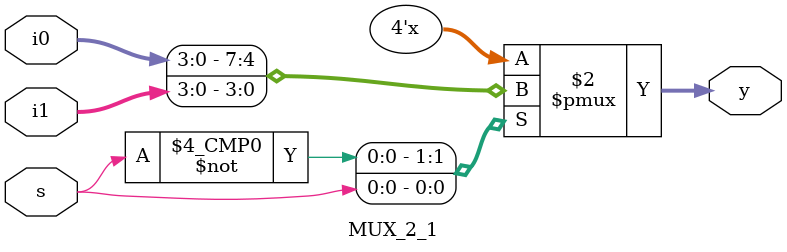
<source format=v>
`timescale 1ns / 1ps


module bus(
    input clk,
    input [14:0] SW,
    output [15:0] LED
    );
    
    wire myclk;
    wire [3:0] d1;
    //wire [3:0] d2;
    //wire [3:0] d3;
    wire [3:0] y;
    wire [15:0] light;
    clkdiv U0(clk,myclk);
    
    register U1(myclk,SW[7],d1[3:0],light[11:8]);
    assign LED[11:8]=light[11:8];
    register U2(myclk,SW[6],y[3:0],light[3:0]);
    assign LED[3:0]=light[3:0];
    register U3(myclk,SW[5],y[3:0],light[7:4]);
    assign LED[7:4]=light[7:4];
    ram2 U4(myclk,SW[0],SW[4:1],y[3:0],light[15:12]);
    assign LED[15:12]=light[15:12];
    
    MUX_2_1 U5(SW[12],SW[11:8],y[3:0],d1[3:0]);
    MUX_4_1 U6(SW[14:13],light[11:8],light[3:0],light[7:4],light[15:12],y[3:0]);
    
    //assign LED[15:0]=light[15:0];
    
endmodule

module register(
    input myclk,
    input en,
    input [3:0] d,
    output reg [3:0] q
    );
    
    always@(posedge myclk,posedge en)
    begin
        if(en)
            q<=d;
    end
    
//    wire [3:0] mid;
    
//    assign mid[0]=d[0]&en+q[0]&(~en);
//    assign mid[1]=d[1]&en+q[1]&(~en);
//    assign mid[2]=d[2]&en+q[2]&(~en);
//    assign mid[3]=d[3]&en+q[3]&(~en);
    
//    D_flip_flop d0(myclk,mid[0],q[0]);
//    D_flip_flop d1(myclk,mid[1],q[1]);
//    D_flip_flop d2(myclk,mid[2],q[2]);
//    D_flip_flop d3(myclk,mid[3],q[3]);

endmodule

//module D_flip_flop(
//    input myclk,
//    input d,
//    output reg q
//    );
    
//    always@(posedge myclk)
//        q<=d;
    
//endmodule

module ram2(
    input clk,
    input wen,
    input [3:0] addr,
    input [3:0] din,
    output [3:0] qout
    );
    reg[3:0]ram[0:15];
    always@(posedge clk)
      if(wen)
        ram[addr]<=din;
      assign qout=ram[addr];  
endmodule

module clkdiv(
    input mclk,
    output clk1_4hz
    );
    
    reg [27:0]q;
    always@(posedge mclk)
         q<=q+1;

    assign clk1_4hz=q[24];
         
endmodule

module MUX_4_1(
    input [1:0] s,
    input [3:0] i0,
    input [3:0] i1,
    input [3:0] i2,
    input [3:0] i3,
    output reg [3:0] y
    );
    
    always@(*)
    begin 
        case(s)
        2'b00:y<=i0;
        2'b01:y<=i1;
        2'b10:y<=i2;
        2'b11:y<=i3;
        endcase
    end
    
//    wire [3:0] mid;
//    //decoder_2_4 d1(s[1:0],mid[3:0]);
//    assign mid[0]=~s[0]&~s[1];
//    assign mid[1]=s[0]&~s[1];
//    assign mid[2]=~s[0]&s[1];
//    assign mid[3]=s[0]&s[1];
    
    
//    always@(*)
//    begin
//        if(mid[0])
//            y<=i0;
//        else
//        begin
//            if(mid[1])
//                y<=i1;
//            else
//            begin
//                if(mid[2])
//                    y<=i2;
//                else
//                    y<=i3;
//            end
//        end
//    end

endmodule

//module decoder_2_4(
//    input [1:0] a,
//    output [3:0] d
//    );
    
//    wire [3:0] in;
//    decoder_1_2 d1(a[0],in[1:0]);
//    decoder_1_2 d2(a[1],in[3:2]);
    
//    assign d[0]=in[0]&in[2];
//    assign d[1]=in[1]&in[2];
//    assign d[2]=in[0]&in[3];
//    assign d[3]=in[1]&in[3];
    
//endmodule

//module decoder_1_2(
//    input a,
//    output [1:0] d
//    );
    
//    assign d[0]=~a;
//    assign d[1]=a;
    
//endmodule

module MUX_2_1(
    input s,
    input [3:0] i0,
    input [3:0] i1,
    output reg [3:0] y
    );
    
    always@(*)
    begin
        case(s)
        1'b0:y<=i0;
        1'b1:y<=i1;
        endcase
    end
    
    
//    always@(s,i0[3:0],i1[3:0])
//    begin
//        if(s)
//            y<=i0;
//        else
//            y<=i1;
//    end
    
endmodule

</source>
